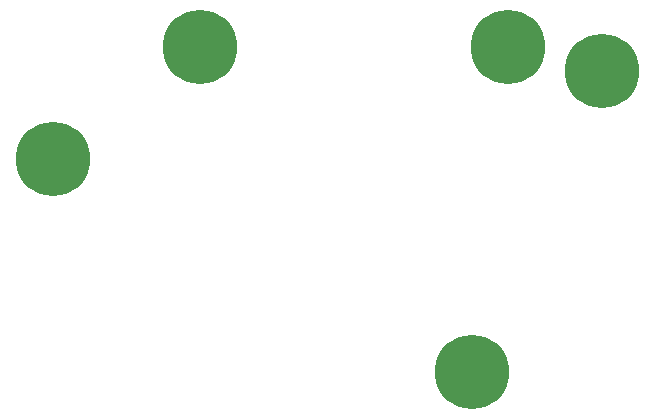
<source format=gbr>
G04 #@! TF.GenerationSoftware,KiCad,Pcbnew,5.1.6+dfsg1-1~bpo10+1*
G04 #@! TF.CreationDate,2021-04-20T21:14:46-04:00*
G04 #@! TF.ProjectId,RUSP_Faceplate,52555350-5f46-4616-9365-706c6174652e,rev?*
G04 #@! TF.SameCoordinates,Original*
G04 #@! TF.FileFunction,Soldermask,Top*
G04 #@! TF.FilePolarity,Negative*
%FSLAX46Y46*%
G04 Gerber Fmt 4.6, Leading zero omitted, Abs format (unit mm)*
G04 Created by KiCad (PCBNEW 5.1.6+dfsg1-1~bpo10+1) date 2021-04-20 21:14:46*
%MOMM*%
%LPD*%
G01*
G04 APERTURE LIST*
%ADD10C,6.300000*%
G04 APERTURE END LIST*
D10*
G04 #@! TO.C,H1*
X130792000Y-71680000D03*
G04 #@! TD*
G04 #@! TO.C,H2*
X118292000Y-81180000D03*
G04 #@! TD*
G04 #@! TO.C,H3*
X153792000Y-99180000D03*
G04 #@! TD*
G04 #@! TO.C,H4*
X164792000Y-73680000D03*
G04 #@! TD*
G04 #@! TO.C,H5*
X156792000Y-71680000D03*
G04 #@! TD*
M02*

</source>
